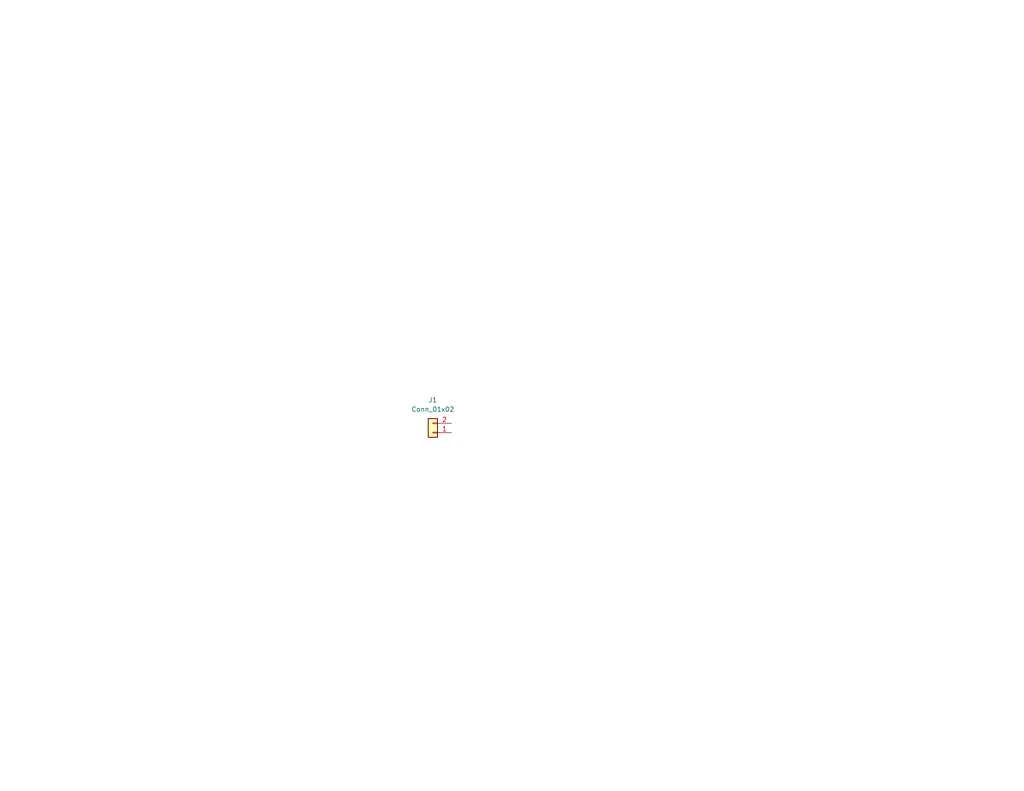
<source format=kicad_sch>
(kicad_sch (version 20231120) (generator "eeschema") (generator_version "8.0")
  (paper "USLetter")
  (title_block (title "Template") (date "2022-08-16") (rev "0.0") (company "Illini Solar Car") (comment 1 "Designed By: Your Name"))
  (lib_symbols
    (symbol "Connector_Generic:Conn_01x02" (pin_names (offset 1.016) hide)
      (property "Reference" "J" (at 0 2.54 0))
      (property "Value" "Conn_01x02" (at 0 -5.08 0))
      (symbol "Conn_01x02_1_1"
        (rectangle (start -1.27 -2.413) (end 0 -2.667) (stroke (width 0.1524)))
        (rectangle (start -1.27 0.127) (end 0 -0.127) (stroke (width 0.1524)))
        (rectangle (start -1.27 1.27) (end 1.27 -3.81) (stroke (width 0.254)) (fill (type background)))
        (pin passive line (at -5.08 0 0) (length 3.81) (name "Pin_1") (number "1"))
        (pin passive line (at -5.08 -2.54 0) (length 3.81) (name "Pin_2") (number "2"))
      )
    )
  )
  (symbol (lib_id "Connector_Generic:Conn_01x02") (at 118.11 118.11 180) (unit 1)
    (property "Reference" "J1" (at 118.11 109.22 0))
    (property "Value" "Conn_01x02" (at 118.11 111.76 0))
    (property "Description" "Generic connector, single row, 01x02, script generated (kicad-library-utils/schlib/autogen/connector/)" (effects (hide yes)))
  )
)
</source>
